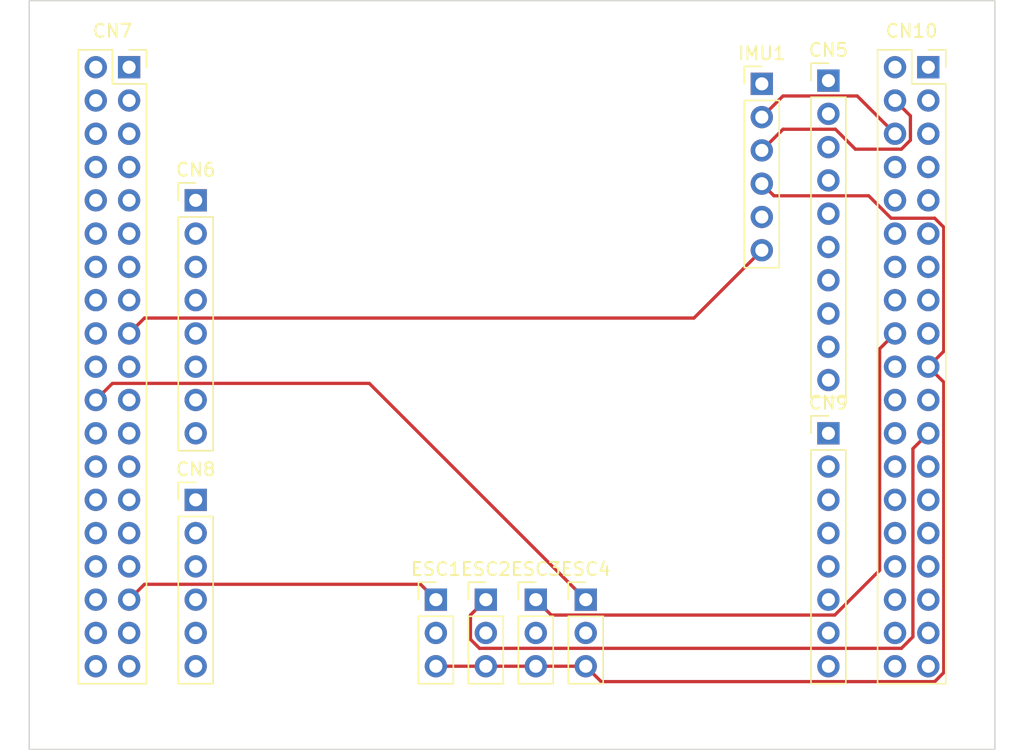
<source format=kicad_pcb>
(kicad_pcb (version 20211014) (generator pcbnew)
  (layers (0 "F.Cu" signal) (31 "B.Cu" signal) (34 "B.Paste" user) (35 "F.Paste" user) (36 "B.SilkS" user "B.Silkscreen") (37 "F.SilkS" user "F.Silkscreen") (38 "B.Mask" user) (39 "F.Mask" user) (44 "Edge.Cuts" user))
  (net 0 "")
  (net 84 "Net-(CN7-Pad22)")
  (net 96 "/GND")
  (net 101 "Net-(ESC1-Pad1)")
  (net 103 "Net-(IMU1-Pad6)")
  (net 105 "Net-(IMU1-Pad3)")
  (net 106 "Net-(IMU1-Pad2)")
  (net 108 "Net-(ESC3-Pad1)")
  (net 111 "Net-(CN10-Pad23)")
  (footprint "Connector_PinSocket_2.54mm:PinSocket_2x19_P2.54mm_Vertical" (layer "F.Cu") (at 115.57 87.63)
    (fp_text reference "CN7" (at -1.27 -2.77) (layer "F.SilkS"))
    (fp_text value "Conn_02x19_Odd_Even")
    (fp_line (start -3.87 -1.33) (end -3.87 47.05) (layer "F.SilkS") (width 0.12))
    (fp_line (start -1.27 -1.33) (end -1.27 1.27) (layer "F.SilkS") (width 0.12))
    (fp_line (start -1.27 1.27) (end 1.33 1.27) (layer "F.SilkS") (width 0.12))
    (fp_line (start -3.87 47.05) (end 1.33 47.05) (layer "F.SilkS") (width 0.12))
    (fp_line (start 1.33 -1.33) (end 1.33 0) (layer "F.SilkS") (width 0.12))
    (fp_line (start -3.87 -1.33) (end -1.27 -1.33) (layer "F.SilkS") (width 0.12))
    (fp_line (start 1.33 1.27) (end 1.33 47.05) (layer "F.SilkS") (width 0.12))
    (fp_line (start 0 -1.33) (end 1.33 -1.33) (layer "F.SilkS") (width 0.12))
    (pad "1" thru_hole rect locked (at 0 0) (size 1.7 1.7) (drill 1) (layers *.Cu *.Mask))
    (pad "2" thru_hole oval locked (at -2.54 0) (size 1.7 1.7) (drill 1) (layers *.Cu *.Mask))
    (pad "3" thru_hole oval locked (at 0 2.54) (size 1.7 1.7) (drill 1) (layers *.Cu *.Mask))
    (pad "4" thru_hole oval locked (at -2.54 2.54) (size 1.7 1.7) (drill 1) (layers *.Cu *.Mask))
    (pad "5" thru_hole oval locked (at 0 5.08) (size 1.7 1.7) (drill 1) (layers *.Cu *.Mask))
    (pad "6" thru_hole oval locked (at -2.54 5.08) (size 1.7 1.7) (drill 1) (layers *.Cu *.Mask))
    (pad "7" thru_hole oval locked (at 0 7.62) (size 1.7 1.7) (drill 1) (layers *.Cu *.Mask))
    (pad "8" thru_hole oval locked (at -2.54 7.62) (size 1.7 1.7) (drill 1) (layers *.Cu *.Mask))
    (pad "9" thru_hole oval locked (at 0 10.16) (size 1.7 1.7) (drill 1) (layers *.Cu *.Mask))
    (pad "10" thru_hole oval locked (at -2.54 10.16) (size 1.7 1.7) (drill 1) (layers *.Cu *.Mask))
    (pad "11" thru_hole oval locked (at 0 12.7) (size 1.7 1.7) (drill 1) (layers *.Cu *.Mask))
    (pad "12" thru_hole oval locked (at -2.54 12.7) (size 1.7 1.7) (drill 1) (layers *.Cu *.Mask))
    (pad "13" thru_hole oval locked (at 0 15.24) (size 1.7 1.7) (drill 1) (layers *.Cu *.Mask))
    (pad "14" thru_hole oval locked (at -2.54 15.24) (size 1.7 1.7) (drill 1) (layers *.Cu *.Mask))
    (pad "15" thru_hole oval locked (at 0 17.78) (size 1.7 1.7) (drill 1) (layers *.Cu *.Mask))
    (pad "16" thru_hole oval locked (at -2.54 17.78) (size 1.7 1.7) (drill 1) (layers *.Cu *.Mask))
    (pad "17" thru_hole oval locked (at 0 20.32) (size 1.7 1.7) (drill 1) (layers *.Cu *.Mask) (net 103 "Net-(IMU1-Pad6)"))
    (pad "18" thru_hole oval locked (at -2.54 20.32) (size 1.7 1.7) (drill 1) (layers *.Cu *.Mask))
    (pad "19" thru_hole oval locked (at 0 22.86) (size 1.7 1.7) (drill 1) (layers *.Cu *.Mask))
    (pad "20" thru_hole oval locked (at -2.54 22.86) (size 1.7 1.7) (drill 1) (layers *.Cu *.Mask))
    (pad "21" thru_hole oval locked (at 0 25.4) (size 1.7 1.7) (drill 1) (layers *.Cu *.Mask))
    (pad "22" thru_hole oval locked (at -2.54 25.4) (size 1.7 1.7) (drill 1) (layers *.Cu *.Mask) (net 84 "Net-(CN7-Pad22)"))
    (pad "23" thru_hole oval locked (at 0 27.94) (size 1.7 1.7) (drill 1) (layers *.Cu *.Mask))
    (pad "24" thru_hole oval locked (at -2.54 27.94) (size 1.7 1.7) (drill 1) (layers *.Cu *.Mask))
    (pad "25" thru_hole oval locked (at 0 30.48) (size 1.7 1.7) (drill 1) (layers *.Cu *.Mask))
    (pad "26" thru_hole oval locked (at -2.54 30.48) (size 1.7 1.7) (drill 1) (layers *.Cu *.Mask))
    (pad "27" thru_hole oval locked (at 0 33.02) (size 1.7 1.7) (drill 1) (layers *.Cu *.Mask))
    (pad "28" thru_hole oval locked (at -2.54 33.02) (size 1.7 1.7) (drill 1) (layers *.Cu *.Mask))
    (pad "29" thru_hole oval locked (at 0 35.56) (size 1.7 1.7) (drill 1) (layers *.Cu *.Mask))
    (pad "30" thru_hole oval locked (at -2.54 35.56) (size 1.7 1.7) (drill 1) (layers *.Cu *.Mask))
    (pad "31" thru_hole oval locked (at 0 38.1) (size 1.7 1.7) (drill 1) (layers *.Cu *.Mask))
    (pad "32" thru_hole oval locked (at -2.54 38.1) (size 1.7 1.7) (drill 1) (layers *.Cu *.Mask))
    (pad "33" thru_hole oval locked (at 0 40.64) (size 1.7 1.7) (drill 1) (layers *.Cu *.Mask) (net 101 "Net-(ESC1-Pad1)"))
    (pad "34" thru_hole oval locked (at -2.54 40.64) (size 1.7 1.7) (drill 1) (layers *.Cu *.Mask))
    (pad "35" thru_hole oval locked (at 0 43.18) (size 1.7 1.7) (drill 1) (layers *.Cu *.Mask))
    (pad "36" thru_hole oval locked (at -2.54 43.18) (size 1.7 1.7) (drill 1) (layers *.Cu *.Mask))
    (pad "37" thru_hole oval locked (at 0 45.72) (size 1.7 1.7) (drill 1) (layers *.Cu *.Mask))
    (pad "38" thru_hole oval locked (at -2.54 45.72) (size 1.7 1.7) (drill 1) (layers *.Cu *.Mask))
  )
  (footprint "Connector_PinSocket_2.54mm:PinSocket_2x19_P2.54mm_Vertical" (layer "F.Cu") (at 176.53 87.63)
    (fp_text reference "CN10" (at -1.27 -2.77) (layer "F.SilkS"))
    (fp_text value "Conn_02x19_Odd_Even")
    (fp_line (start 0 -1.33) (end 1.33 -1.33) (layer "F.SilkS") (width 0.12))
    (fp_line (start 1.33 -1.33) (end 1.33 0) (layer "F.SilkS") (width 0.12))
    (fp_line (start 1.33 1.27) (end 1.33 47.05) (layer "F.SilkS") (width 0.12))
    (fp_line (start -3.87 -1.33) (end -1.27 -1.33) (layer "F.SilkS") (width 0.12))
    (fp_line (start -1.27 -1.33) (end -1.27 1.27) (layer "F.SilkS") (width 0.12))
    (fp_line (start -1.27 1.27) (end 1.33 1.27) (layer "F.SilkS") (width 0.12))
    (fp_line (start -3.87 -1.33) (end -3.87 47.05) (layer "F.SilkS") (width 0.12))
    (fp_line (start -3.87 47.05) (end 1.33 47.05) (layer "F.SilkS") (width 0.12))
    (pad "1" thru_hole rect (at 0 0) (size 1.7 1.7) (drill 1) (layers *.Cu *.Mask))
    (pad "2" thru_hole oval (at -2.54 0) (size 1.7 1.7) (drill 1) (layers *.Cu *.Mask))
    (pad "3" thru_hole oval (at 0 2.54) (size 1.7 1.7) (drill 1) (layers *.Cu *.Mask))
    (pad "4" thru_hole oval (at -2.54 2.54) (size 1.7 1.7) (drill 1) (layers *.Cu *.Mask) (net 105 "Net-(IMU1-Pad3)"))
    (pad "5" thru_hole oval (at 0 5.08) (size 1.7 1.7) (drill 1) (layers *.Cu *.Mask))
    (pad "6" thru_hole oval (at -2.54 5.08) (size 1.7 1.7) (drill 1) (layers *.Cu *.Mask) (net 106 "Net-(IMU1-Pad2)"))
    (pad "7" thru_hole oval (at 0 7.62) (size 1.7 1.7) (drill 1) (layers *.Cu *.Mask))
    (pad "8" thru_hole oval (at -2.54 7.62) (size 1.7 1.7) (drill 1) (layers *.Cu *.Mask))
    (pad "9" thru_hole oval (at 0 10.16) (size 1.7 1.7) (drill 1) (layers *.Cu *.Mask))
    (pad "10" thru_hole oval (at -2.54 10.16) (size 1.7 1.7) (drill 1) (layers *.Cu *.Mask))
    (pad "11" thru_hole oval (at 0 12.7) (size 1.7 1.7) (drill 1) (layers *.Cu *.Mask))
    (pad "12" thru_hole oval (at -2.54 12.7) (size 1.7 1.7) (drill 1) (layers *.Cu *.Mask))
    (pad "13" thru_hole oval (at 0 15.24) (size 1.7 1.7) (drill 1) (layers *.Cu *.Mask))
    (pad "14" thru_hole oval (at -2.54 15.24) (size 1.7 1.7) (drill 1) (layers *.Cu *.Mask))
    (pad "15" thru_hole oval (at 0 17.78) (size 1.7 1.7) (drill 1) (layers *.Cu *.Mask))
    (pad "16" thru_hole oval (at -2.54 17.78) (size 1.7 1.7) (drill 1) (layers *.Cu *.Mask))
    (pad "17" thru_hole oval (at 0 20.32) (size 1.7 1.7) (drill 1) (layers *.Cu *.Mask))
    (pad "18" thru_hole oval (at -2.54 20.32) (size 1.7 1.7) (drill 1) (layers *.Cu *.Mask) (net 108 "Net-(ESC3-Pad1)"))
    (pad "19" thru_hole oval (at 0 22.86) (size 1.7 1.7) (drill 1) (layers *.Cu *.Mask) (net 96 "/GND"))
    (pad "20" thru_hole oval (at -2.54 22.86) (size 1.7 1.7) (drill 1) (layers *.Cu *.Mask))
    (pad "21" thru_hole oval (at 0 25.4) (size 1.7 1.7) (drill 1) (layers *.Cu *.Mask))
    (pad "22" thru_hole oval (at -2.54 25.4) (size 1.7 1.7) (drill 1) (layers *.Cu *.Mask))
    (pad "23" thru_hole oval (at 0 27.94) (size 1.7 1.7) (drill 1) (layers *.Cu *.Mask) (net 111 "Net-(CN10-Pad23)"))
    (pad "24" thru_hole oval (at -2.54 27.94) (size 1.7 1.7) (drill 1) (layers *.Cu *.Mask))
    (pad "25" thru_hole oval (at 0 30.48) (size 1.7 1.7) (drill 1) (layers *.Cu *.Mask))
    (pad "26" thru_hole oval (at -2.54 30.48) (size 1.7 1.7) (drill 1) (layers *.Cu *.Mask))
    (pad "27" thru_hole oval (at 0 33.02) (size 1.7 1.7) (drill 1) (layers *.Cu *.Mask))
    (pad "28" thru_hole oval (at -2.54 33.02) (size 1.7 1.7) (drill 1) (layers *.Cu *.Mask))
    (pad "29" thru_hole oval (at 0 35.56) (size 1.7 1.7) (drill 1) (layers *.Cu *.Mask))
    (pad "30" thru_hole oval (at -2.54 35.56) (size 1.7 1.7) (drill 1) (layers *.Cu *.Mask))
    (pad "31" thru_hole oval (at 0 38.1) (size 1.7 1.7) (drill 1) (layers *.Cu *.Mask))
    (pad "32" thru_hole oval (at -2.54 38.1) (size 1.7 1.7) (drill 1) (layers *.Cu *.Mask))
    (pad "33" thru_hole oval (at 0 40.64) (size 1.7 1.7) (drill 1) (layers *.Cu *.Mask))
    (pad "34" thru_hole oval (at -2.54 40.64) (size 1.7 1.7) (drill 1) (layers *.Cu *.Mask))
    (pad "35" thru_hole oval (at 0 43.18) (size 1.7 1.7) (drill 1) (layers *.Cu *.Mask))
    (pad "36" thru_hole oval (at -2.54 43.18) (size 1.7 1.7) (drill 1) (layers *.Cu *.Mask))
    (pad "37" thru_hole oval (at 0 45.72) (size 1.7 1.7) (drill 1) (layers *.Cu *.Mask))
    (pad "38" thru_hole oval (at -2.54 45.72) (size 1.7 1.7) (drill 1) (layers *.Cu *.Mask))
  )
  (footprint "Connector_PinHeader_2.54mm:PinHeader_1x03_P2.54mm_Vertical" (layer "F.Cu") (at 150.4 128.27)
    (fp_text reference "ESC4" (at 0 -2.33) (layer "F.SilkS"))
    (fp_text value "Conn_01x03_Male")
    (fp_line (start -1.33 -1.33) (end 0 -1.33) (layer "F.SilkS") (width 0.12))
    (fp_line (start 1.33 1.27) (end 1.33 6.41) (layer "F.SilkS") (width 0.12))
    (fp_line (start -1.33 6.41) (end 1.33 6.41) (layer "F.SilkS") (width 0.12))
    (fp_line (start -1.33 1.27) (end 1.33 1.27) (layer "F.SilkS") (width 0.12))
    (fp_line (start -1.33 1.27) (end -1.33 6.41) (layer "F.SilkS") (width 0.12))
    (fp_line (start -1.33 0) (end -1.33 -1.33) (layer "F.SilkS") (width 0.12))
    (pad "1" thru_hole rect (at 0 0) (size 1.7 1.7) (drill 1) (layers *.Cu *.Mask) (net 84 "Net-(CN7-Pad22)"))
    (pad "2" thru_hole oval (at 0 2.54) (size 1.7 1.7) (drill 1) (layers *.Cu *.Mask))
    (pad "3" thru_hole oval (at 0 5.08) (size 1.7 1.7) (drill 1) (layers *.Cu *.Mask) (net 96 "/GND"))
  )
  (footprint "Connector_PinHeader_2.54mm:PinHeader_1x03_P2.54mm_Vertical" (layer "F.Cu") (at 146.59 128.27)
    (fp_text reference "ESC3" (at 0 -2.33) (layer "F.SilkS"))
    (fp_text value "Conn_01x03_Male")
    (fp_line (start -1.33 0) (end -1.33 -1.33) (layer "F.SilkS") (width 0.12))
    (fp_line (start 1.33 1.27) (end 1.33 6.41) (layer "F.SilkS") (width 0.12))
    (fp_line (start -1.33 1.27) (end 1.33 1.27) (layer "F.SilkS") (width 0.12))
    (fp_line (start -1.33 -1.33) (end 0 -1.33) (layer "F.SilkS") (width 0.12))
    (fp_line (start -1.33 6.41) (end 1.33 6.41) (layer "F.SilkS") (width 0.12))
    (fp_line (start -1.33 1.27) (end -1.33 6.41) (layer "F.SilkS") (width 0.12))
    (pad "1" thru_hole rect (at 0 0) (size 1.7 1.7) (drill 1) (layers *.Cu *.Mask) (net 108 "Net-(ESC3-Pad1)"))
    (pad "2" thru_hole oval (at 0 2.54) (size 1.7 1.7) (drill 1) (layers *.Cu *.Mask))
    (pad "3" thru_hole oval (at 0 5.08) (size 1.7 1.7) (drill 1) (layers *.Cu *.Mask) (net 96 "/GND"))
  )
  (footprint "Connector_PinHeader_2.54mm:PinHeader_1x08_P2.54mm_Vertical" (layer "F.Cu") (at 168.91 115.57)
    (fp_text reference "CN9" (at 0 -2.33) (layer "F.SilkS"))
    (fp_text value "Conn_01x08_Male")
    (fp_line (start -1.33 0) (end -1.33 -1.33) (layer "F.SilkS") (width 0.12))
    (fp_line (start -1.33 1.27) (end -1.33 19.11) (layer "F.SilkS") (width 0.12))
    (fp_line (start 1.33 1.27) (end 1.33 19.11) (layer "F.SilkS") (width 0.12))
    (fp_line (start -1.33 1.27) (end 1.33 1.27) (layer "F.SilkS") (width 0.12))
    (fp_line (start -1.33 -1.33) (end 0 -1.33) (layer "F.SilkS") (width 0.12))
    (fp_line (start -1.33 19.11) (end 1.33 19.11) (layer "F.SilkS") (width 0.12))
    (pad "1" thru_hole rect (at 0 0) (size 1.7 1.7) (drill 1) (layers *.Cu *.Mask))
    (pad "2" thru_hole oval (at 0 2.54) (size 1.7 1.7) (drill 1) (layers *.Cu *.Mask))
    (pad "3" thru_hole oval (at 0 5.08) (size 1.7 1.7) (drill 1) (layers *.Cu *.Mask))
    (pad "4" thru_hole oval (at 0 7.62) (size 1.7 1.7) (drill 1) (layers *.Cu *.Mask))
    (pad "5" thru_hole oval (at 0 10.16) (size 1.7 1.7) (drill 1) (layers *.Cu *.Mask))
    (pad "6" thru_hole oval (at 0 12.7) (size 1.7 1.7) (drill 1) (layers *.Cu *.Mask))
    (pad "7" thru_hole oval (at 0 15.24) (size 1.7 1.7) (drill 1) (layers *.Cu *.Mask))
    (pad "8" thru_hole oval (at 0 17.78) (size 1.7 1.7) (drill 1) (layers *.Cu *.Mask))
  )
  (footprint "Connector_PinHeader_2.54mm:PinHeader_1x08_P2.54mm_Vertical" (layer "F.Cu") (at 120.65 97.79)
    (fp_text reference "CN6" (at 0 -2.33) (layer "F.SilkS"))
    (fp_text value "Conn_01x08_Male")
    (fp_line (start -1.33 0) (end -1.33 -1.33) (layer "F.SilkS") (width 0.12))
    (fp_line (start 1.33 1.27) (end 1.33 19.11) (layer "F.SilkS") (width 0.12))
    (fp_line (start -1.33 19.11) (end 1.33 19.11) (layer "F.SilkS") (width 0.12))
    (fp_line (start -1.33 -1.33) (end 0 -1.33) (layer "F.SilkS") (width 0.12))
    (fp_line (start -1.33 1.27) (end -1.33 19.11) (layer "F.SilkS") (width 0.12))
    (fp_line (start -1.33 1.27) (end 1.33 1.27) (layer "F.SilkS") (width 0.12))
    (pad "1" thru_hole rect (at 0 0) (size 1.7 1.7) (drill 1) (layers *.Cu *.Mask))
    (pad "2" thru_hole oval (at 0 2.54) (size 1.7 1.7) (drill 1) (layers *.Cu *.Mask))
    (pad "3" thru_hole oval (at 0 5.08) (size 1.7 1.7) (drill 1) (layers *.Cu *.Mask))
    (pad "4" thru_hole oval (at 0 7.62) (size 1.7 1.7) (drill 1) (layers *.Cu *.Mask))
    (pad "5" thru_hole oval (at 0 10.16) (size 1.7 1.7) (drill 1) (layers *.Cu *.Mask))
    (pad "6" thru_hole oval (at 0 12.7) (size 1.7 1.7) (drill 1) (layers *.Cu *.Mask))
    (pad "7" thru_hole oval (at 0 15.24) (size 1.7 1.7) (drill 1) (layers *.Cu *.Mask))
    (pad "8" thru_hole oval (at 0 17.78) (size 1.7 1.7) (drill 1) (layers *.Cu *.Mask))
  )
  (footprint "Connector_PinHeader_2.54mm:PinHeader_1x06_P2.54mm_Vertical" (layer "F.Cu") (at 120.65 120.65)
    (fp_text reference "CN8" (at 0 -2.33) (layer "F.SilkS"))
    (fp_text value "Conn_01x06_Male")
    (fp_line (start -1.33 14.03) (end 1.33 14.03) (layer "F.SilkS") (width 0.12))
    (fp_line (start -1.33 1.27) (end 1.33 1.27) (layer "F.SilkS") (width 0.12))
    (fp_line (start -1.33 0) (end -1.33 -1.33) (layer "F.SilkS") (width 0.12))
    (fp_line (start -1.33 -1.33) (end 0 -1.33) (layer "F.SilkS") (width 0.12))
    (fp_line (start -1.33 1.27) (end -1.33 14.03) (layer "F.SilkS") (width 0.12))
    (fp_line (start 1.33 1.27) (end 1.33 14.03) (layer "F.SilkS") (width 0.12))
    (pad "1" thru_hole rect (at 0 0) (size 1.7 1.7) (drill 1) (layers *.Cu *.Mask))
    (pad "2" thru_hole oval (at 0 2.54) (size 1.7 1.7) (drill 1) (layers *.Cu *.Mask))
    (pad "3" thru_hole oval (at 0 5.08) (size 1.7 1.7) (drill 1) (layers *.Cu *.Mask))
    (pad "4" thru_hole oval (at 0 7.62) (size 1.7 1.7) (drill 1) (layers *.Cu *.Mask))
    (pad "5" thru_hole oval (at 0 10.16) (size 1.7 1.7) (drill 1) (layers *.Cu *.Mask))
    (pad "6" thru_hole oval (at 0 12.7) (size 1.7 1.7) (drill 1) (layers *.Cu *.Mask))
  )
  (footprint "Connector_PinHeader_2.54mm:PinHeader_1x06_P2.54mm_Vertical" (layer "F.Cu") (at 163.83 88.9)
    (fp_text reference "IMU1" (at 0 -2.33) (layer "F.SilkS"))
    (fp_text value "Conn_01x06_Male")
    (fp_line (start -1.33 -1.33) (end 0 -1.33) (layer "F.SilkS") (width 0.12))
    (fp_line (start -1.33 14.03) (end 1.33 14.03) (layer "F.SilkS") (width 0.12))
    (fp_line (start 1.33 1.27) (end 1.33 14.03) (layer "F.SilkS") (width 0.12))
    (fp_line (start -1.33 1.27) (end 1.33 1.27) (layer "F.SilkS") (width 0.12))
    (fp_line (start -1.33 0) (end -1.33 -1.33) (layer "F.SilkS") (width 0.12))
    (fp_line (start -1.33 1.27) (end -1.33 14.03) (layer "F.SilkS") (width 0.12))
    (pad "1" thru_hole rect (at 0 0) (size 1.7 1.7) (drill 1) (layers *.Cu *.Mask))
    (pad "2" thru_hole oval (at 0 2.54) (size 1.7 1.7) (drill 1) (layers *.Cu *.Mask) (net 106 "Net-(IMU1-Pad2)"))
    (pad "3" thru_hole oval (at 0 5.08) (size 1.7 1.7) (drill 1) (layers *.Cu *.Mask) (net 105 "Net-(IMU1-Pad3)"))
    (pad "4" thru_hole oval (at 0 7.62) (size 1.7 1.7) (drill 1) (layers *.Cu *.Mask) (net 96 "/GND"))
    (pad "5" thru_hole oval (at 0 10.16) (size 1.7 1.7) (drill 1) (layers *.Cu *.Mask))
    (pad "6" thru_hole oval (at 0 12.7) (size 1.7 1.7) (drill 1) (layers *.Cu *.Mask) (net 103 "Net-(IMU1-Pad6)"))
  )
  (footprint "Connector_PinHeader_2.54mm:PinHeader_1x03_P2.54mm_Vertical" (layer "F.Cu") (at 142.78 128.27)
    (fp_text reference "ESC2" (at 0 -2.33) (layer "F.SilkS"))
    (fp_text value "Conn_01x03_Male")
    (fp_line (start -1.33 0) (end -1.33 -1.33) (layer "F.SilkS") (width 0.12))
    (fp_line (start -1.33 1.27) (end 1.33 1.27) (layer "F.SilkS") (width 0.12))
    (fp_line (start -1.33 1.27) (end -1.33 6.41) (layer "F.SilkS") (width 0.12))
    (fp_line (start 1.33 1.27) (end 1.33 6.41) (layer "F.SilkS") (width 0.12))
    (fp_line (start -1.33 -1.33) (end 0 -1.33) (layer "F.SilkS") (width 0.12))
    (fp_line (start -1.33 6.41) (end 1.33 6.41) (layer "F.SilkS") (width 0.12))
    (pad "1" thru_hole rect (at 0 0) (size 1.7 1.7) (drill 1) (layers *.Cu *.Mask) (net 111 "Net-(CN10-Pad23)"))
    (pad "2" thru_hole oval (at 0 2.54) (size 1.7 1.7) (drill 1) (layers *.Cu *.Mask))
    (pad "3" thru_hole oval (at 0 5.08) (size 1.7 1.7) (drill 1) (layers *.Cu *.Mask) (net 96 "/GND"))
  )
  (footprint "Connector_PinHeader_2.54mm:PinHeader_1x03_P2.54mm_Vertical" (layer "F.Cu") (at 138.97 128.27)
    (fp_text reference "ESC1" (at 0 -2.33) (layer "F.SilkS"))
    (fp_text value "Conn_01x03_Male")
    (fp_line (start -1.33 1.27) (end -1.33 6.41) (layer "F.SilkS") (width 0.12))
    (fp_line (start -1.33 0) (end -1.33 -1.33) (layer "F.SilkS") (width 0.12))
    (fp_line (start 1.33 1.27) (end 1.33 6.41) (layer "F.SilkS") (width 0.12))
    (fp_line (start -1.33 -1.33) (end 0 -1.33) (layer "F.SilkS") (width 0.12))
    (fp_line (start -1.33 1.27) (end 1.33 1.27) (layer "F.SilkS") (width 0.12))
    (fp_line (start -1.33 6.41) (end 1.33 6.41) (layer "F.SilkS") (width 0.12))
    (pad "1" thru_hole rect (at 0 0) (size 1.7 1.7) (drill 1) (layers *.Cu *.Mask) (net 101 "Net-(ESC1-Pad1)"))
    (pad "2" thru_hole oval (at 0 2.54) (size 1.7 1.7) (drill 1) (layers *.Cu *.Mask))
    (pad "3" thru_hole oval (at 0 5.08) (size 1.7 1.7) (drill 1) (layers *.Cu *.Mask) (net 96 "/GND"))
  )
  (footprint "Connector_PinHeader_2.54mm:PinHeader_1x10_P2.54mm_Vertical" (layer "F.Cu") (at 168.91 88.65)
    (fp_text reference "CN5" (at 0 -2.33) (layer "F.SilkS"))
    (fp_text value "Conn_01x10_Male")
    (fp_line (start -1.33 1.27) (end 1.33 1.27) (layer "F.SilkS") (width 0.12))
    (fp_line (start -1.33 24.19) (end 1.33 24.19) (layer "F.SilkS") (width 0.12))
    (fp_line (start 1.33 1.27) (end 1.33 24.19) (layer "F.SilkS") (width 0.12))
    (fp_line (start -1.33 0) (end -1.33 -1.33) (layer "F.SilkS") (width 0.12))
    (fp_line (start -1.33 -1.33) (end 0 -1.33) (layer "F.SilkS") (width 0.12))
    (fp_line (start -1.33 1.27) (end -1.33 24.19) (layer "F.SilkS") (width 0.12))
    (pad "1" thru_hole rect (at 0 0) (size 1.7 1.7) (drill 1) (layers *.Cu *.Mask))
    (pad "2" thru_hole oval (at 0 2.54) (size 1.7 1.7) (drill 1) (layers *.Cu *.Mask))
    (pad "3" thru_hole oval (at 0 5.08) (size 1.7 1.7) (drill 1) (layers *.Cu *.Mask))
    (pad "4" thru_hole oval (at 0 7.62) (size 1.7 1.7) (drill 1) (layers *.Cu *.Mask))
    (pad "5" thru_hole oval (at 0 10.16) (size 1.7 1.7) (drill 1) (layers *.Cu *.Mask))
    (pad "6" thru_hole oval (at 0 12.7) (size 1.7 1.7) (drill 1) (layers *.Cu *.Mask))
    (pad "7" thru_hole oval (at 0 15.24) (size 1.7 1.7) (drill 1) (layers *.Cu *.Mask))
    (pad "8" thru_hole oval (at 0 17.78) (size 1.7 1.7) (drill 1) (layers *.Cu *.Mask))
    (pad "9" thru_hole oval (at 0 20.32) (size 1.7 1.7) (drill 1) (layers *.Cu *.Mask))
    (pad "10" thru_hole oval (at 0 22.86) (size 1.7 1.7) (drill 1) (layers *.Cu *.Mask))
  )
  (gr_rect (start 107.95 82.55) (end 181.61 139.7) (layer "Edge.Cuts") (width 0.1) (fill none))
  (segment (start 133.89 111.76) (end 114.3 111.76) (width 0.25) (layer "F.Cu") (net 84))
  (segment (start 150.4 128.27) (end 133.89 111.76) (width 0.25) (layer "F.Cu") (net 84))
  (segment (start 114.3 111.76) (end 113.03 113.03) (width 0.25) (layer "F.Cu") (net 84))
  (segment (start 177.016701 99.155) (end 177.705 99.843299) (width 0.25) (layer "F.Cu") (net 96))
  (segment (start 177.705 99.843299) (end 177.705 109.315) (width 0.25) (layer "F.Cu") (net 96))
  (segment (start 177.705 111.665) (end 176.53 110.49) (width 0.25) (layer "F.Cu") (net 96))
  (segment (start 138.97 133.35) (end 142.78 133.35) (width 0.25) (layer "F.Cu") (net 96))
  (segment (start 173.692799 99.155) (end 177.016701 99.155) (width 0.25) (layer "F.Cu") (net 96))
  (segment (start 150.4 133.35) (end 151.575 134.525) (width 0.25) (layer "F.Cu") (net 96))
  (segment (start 177.705 109.315) (end 176.53 110.49) (width 0.25) (layer "F.Cu") (net 96))
  (segment (start 150.4 133.35) (end 146.59 133.35) (width 0.25) (layer "F.Cu") (net 96))
  (segment (start 163.83 96.52) (end 164.755 97.445) (width 0.25) (layer "F.Cu") (net 96))
  (segment (start 177.705 133.836701) (end 177.705 111.665) (width 0.25) (layer "F.Cu") (net 96))
  (segment (start 151.575 134.525) (end 177.016701 134.525) (width 0.25) (layer "F.Cu") (net 96))
  (segment (start 142.78 133.35) (end 146.59 133.35) (width 0.25) (layer "F.Cu") (net 96))
  (segment (start 177.016701 134.525) (end 177.705 133.836701) (width 0.25) (layer "F.Cu") (net 96))
  (segment (start 164.755 97.445) (end 171.982799 97.445) (width 0.25) (layer "F.Cu") (net 96))
  (segment (start 171.982799 97.445) (end 173.692799 99.155) (width 0.25) (layer "F.Cu") (net 96))
  (segment (start 138.97 128.27) (end 137.795 127.095) (width 0.25) (layer "F.Cu") (net 101))
  (segment (start 137.795 127.095) (end 116.745 127.095) (width 0.25) (layer "F.Cu") (net 101))
  (segment (start 116.745 127.095) (end 115.57 128.27) (width 0.25) (layer "F.Cu") (net 101))
  (segment (start 158.655 106.775) (end 116.745 106.775) (width 0.25) (layer "F.Cu") (net 103))
  (segment (start 116.745 106.775) (end 115.57 107.95) (width 0.25) (layer "F.Cu") (net 103))
  (segment (start 163.83 101.6) (end 158.655 106.775) (width 0.25) (layer "F.Cu") (net 103))
  (segment (start 175.165 93.196701) (end 175.165 91.345) (width 0.25) (layer "F.Cu") (net 105))
  (segment (start 170.963299 93.885) (end 174.476701 93.885) (width 0.25) (layer "F.Cu") (net 105))
  (segment (start 169.443299 92.365) (end 170.963299 93.885) (width 0.25) (layer "F.Cu") (net 105))
  (segment (start 163.83 93.98) (end 165.445 92.365) (width 0.25) (layer "F.Cu") (net 105))
  (segment (start 174.476701 93.885) (end 175.165 93.196701) (width 0.25) (layer "F.Cu") (net 105))
  (segment (start 165.445 92.365) (end 169.443299 92.365) (width 0.25) (layer "F.Cu") (net 105))
  (segment (start 175.165 91.345) (end 173.99 90.17) (width 0.25) (layer "F.Cu") (net 105))
  (segment (start 165.445 89.825) (end 171.105 89.825) (width 0.25) (layer "F.Cu") (net 106))
  (segment (start 171.105 89.825) (end 173.99 92.71) (width 0.25) (layer "F.Cu") (net 106))
  (segment (start 163.83 91.44) (end 165.445 89.825) (width 0.25) (layer "F.Cu") (net 106))
  (segment (start 146.59 128.27) (end 147.765 129.445) (width 0.25) (layer "F.Cu") (net 108))
  (segment (start 172.815 109.125) (end 173.99 107.95) (width 0.25) (layer "F.Cu") (net 108))
  (segment (start 147.765 129.445) (end 169.396701 129.445) (width 0.25) (layer "F.Cu") (net 108))
  (segment (start 169.396701 129.445) (end 172.815 126.026701) (width 0.25) (layer "F.Cu") (net 108))
  (segment (start 172.815 126.026701) (end 172.815 109.125) (width 0.25) (layer "F.Cu") (net 108))
  (segment (start 175.355 116.745) (end 176.53 115.57) (width 0.25) (layer "F.Cu") (net 111))
  (segment (start 141.605 131.296701) (end 142.293299 131.985) (width 0.25) (layer "F.Cu") (net 111))
  (segment (start 141.605 129.445) (end 141.605 131.296701) (width 0.25) (layer "F.Cu") (net 111))
  (segment (start 174.476701 131.985) (end 175.355 131.106701) (width 0.25) (layer "F.Cu") (net 111))
  (segment (start 142.293299 131.985) (end 174.476701 131.985) (width 0.25) (layer "F.Cu") (net 111))
  (segment (start 175.355 131.106701) (end 175.355 116.745) (width 0.25) (layer "F.Cu") (net 111))
  (segment (start 142.78 128.27) (end 141.605 129.445) (width 0.25) (layer "F.Cu") (net 111))
)
</source>
